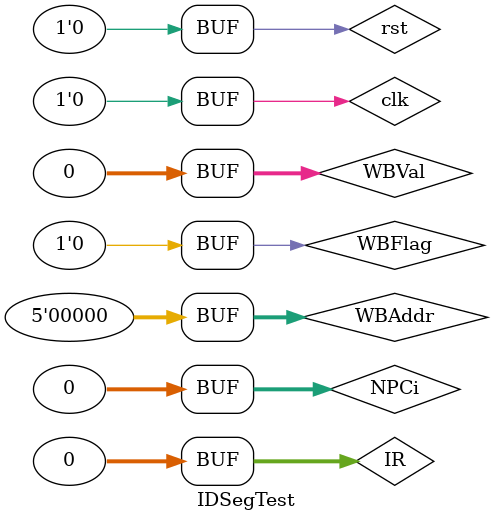
<source format=v>
`timescale 1ns / 1ps


module IDSegTest;

	// Inputs
	reg clk;
	reg rst;
	reg [31:0] NPCi;
	reg [31:0] IR;
	reg WBFlag;
	reg [4:0] WBAddr;
	reg [31:0] WBVal;

	// Outputs
	wire [31:0] NPCo;
	wire [31:0] IRo;
	wire [31:0] A;
	wire [31:0] B;
	wire [31:0] Imm;

	// Instantiate the Unit Under Test (UUT)
	IDSeg uut (
		.clk(clk), 
		.rst(rst), 
		.NPCi(NPCi), 
		.IR(IR), 
		.WBFlag(WBFlag), 
		.WBAddr(WBAddr), 
		.WBVal(WBVal), 
		.NPCo(NPCo), 
		.IRo(IRo), 
		.A(A), 
		.B(B), 
		.Imm(Imm)
	);

	initial begin
		// Initialize Inputs
		clk = 0;
		rst = 0;
		NPCi = 0;
		IR = 0;
		WBFlag = 0;
		WBAddr = 0;
		WBVal = 0;

		// Wait 100 ns for global reset to finish
		#100;
        
		// Add stimulus here

	end
      
endmodule


</source>
